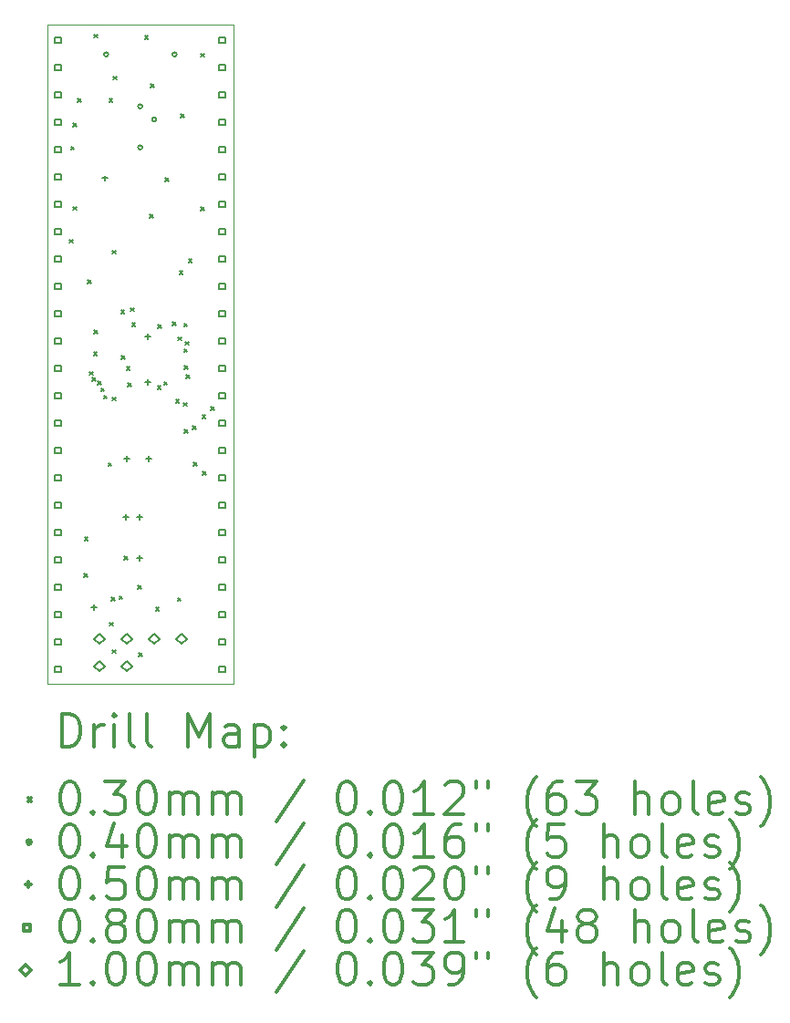
<source format=gbr>
%FSLAX45Y45*%
G04 Gerber Fmt 4.5, Leading zero omitted, Abs format (unit mm)*
G04 Created by KiCad (PCBNEW (5.1.5)-3) date 2021-01-01 17:19:38*
%MOMM*%
%LPD*%
G04 APERTURE LIST*
%TA.AperFunction,Profile*%
%ADD10C,0.100000*%
%TD*%
%ADD11C,0.200000*%
%ADD12C,0.300000*%
G04 APERTURE END LIST*
D10*
X8089900Y-10756900D02*
X8089900Y-4641850D01*
X9817100Y-10756900D02*
X8089900Y-10756900D01*
X9817100Y-4641850D02*
X9817100Y-10756900D01*
X8089900Y-4641850D02*
X9817100Y-4641850D01*
D11*
X8297150Y-6633450D02*
X8327150Y-6663450D01*
X8327150Y-6633450D02*
X8297150Y-6663450D01*
X8309850Y-5769850D02*
X8339850Y-5799850D01*
X8339850Y-5769850D02*
X8309850Y-5799850D01*
X8328900Y-5553950D02*
X8358900Y-5583950D01*
X8358900Y-5553950D02*
X8328900Y-5583950D01*
X8328900Y-6328650D02*
X8358900Y-6358650D01*
X8358900Y-6328650D02*
X8328900Y-6358650D01*
X8373350Y-5325350D02*
X8403350Y-5355350D01*
X8403350Y-5325350D02*
X8373350Y-5355350D01*
X8430500Y-9738600D02*
X8460500Y-9768600D01*
X8460500Y-9738600D02*
X8430500Y-9768600D01*
X8436850Y-9395700D02*
X8466850Y-9425700D01*
X8466850Y-9395700D02*
X8436850Y-9425700D01*
X8468600Y-7008100D02*
X8498600Y-7038100D01*
X8498600Y-7008100D02*
X8468600Y-7038100D01*
X8481809Y-7862301D02*
X8511809Y-7892301D01*
X8511809Y-7862301D02*
X8481809Y-7892301D01*
X8509240Y-7914880D02*
X8539240Y-7944880D01*
X8539240Y-7914880D02*
X8509240Y-7944880D01*
X8522575Y-7678025D02*
X8552575Y-7708025D01*
X8552575Y-7678025D02*
X8522575Y-7708025D01*
X8525750Y-4728450D02*
X8555750Y-4758450D01*
X8555750Y-4728450D02*
X8525750Y-4758450D01*
X8525750Y-7478000D02*
X8555750Y-7508000D01*
X8555750Y-7478000D02*
X8525750Y-7508000D01*
X8560220Y-7950260D02*
X8590220Y-7980260D01*
X8590220Y-7950260D02*
X8560220Y-7980260D01*
X8590520Y-8013940D02*
X8620520Y-8043940D01*
X8620520Y-8013940D02*
X8590520Y-8043940D01*
X8613380Y-8082520D02*
X8643380Y-8112520D01*
X8643380Y-8082520D02*
X8613380Y-8112520D01*
X8655290Y-8706090D02*
X8685290Y-8736090D01*
X8685290Y-8706090D02*
X8655290Y-8736090D01*
X8665450Y-5325350D02*
X8695450Y-5355350D01*
X8695450Y-5325350D02*
X8665450Y-5355350D01*
X8671800Y-10189450D02*
X8701800Y-10219450D01*
X8701800Y-10189450D02*
X8671800Y-10219450D01*
X8687040Y-9957040D02*
X8717040Y-9987040D01*
X8717040Y-9957040D02*
X8687040Y-9987040D01*
X8694660Y-8099030D02*
X8724660Y-8129030D01*
X8724660Y-8099030D02*
X8694660Y-8129030D01*
X8697200Y-6735050D02*
X8727200Y-6765050D01*
X8727200Y-6735050D02*
X8697200Y-6765050D01*
X8697200Y-10443450D02*
X8727200Y-10473450D01*
X8727200Y-10443450D02*
X8697200Y-10473450D01*
X8703175Y-5116175D02*
X8733175Y-5146175D01*
X8733175Y-5116175D02*
X8703175Y-5146175D01*
X8759430Y-9944340D02*
X8789430Y-9974340D01*
X8789430Y-9944340D02*
X8759430Y-9974340D01*
X8777210Y-7290040D02*
X8807210Y-7320040D01*
X8807210Y-7290040D02*
X8777210Y-7320040D01*
X8781564Y-7713676D02*
X8811564Y-7743676D01*
X8811564Y-7713676D02*
X8781564Y-7743676D01*
X8805150Y-9573500D02*
X8835150Y-9603500D01*
X8835150Y-9573500D02*
X8805150Y-9603500D01*
X8825470Y-7814550D02*
X8855470Y-7844550D01*
X8855470Y-7814550D02*
X8825470Y-7844550D01*
X8840710Y-7968220D02*
X8870710Y-7998220D01*
X8870710Y-7968220D02*
X8840710Y-7998220D01*
X8866586Y-7267974D02*
X8896586Y-7297974D01*
X8896586Y-7267974D02*
X8866586Y-7297974D01*
X8876270Y-7409420D02*
X8906270Y-7439420D01*
X8906270Y-7409420D02*
X8876270Y-7439420D01*
X8932150Y-9846550D02*
X8962150Y-9876550D01*
X8962150Y-9846550D02*
X8932150Y-9876550D01*
X8938500Y-10475200D02*
X8968500Y-10505200D01*
X8968500Y-10475200D02*
X8938500Y-10505200D01*
X8995650Y-4741150D02*
X9025650Y-4771150D01*
X9025650Y-4741150D02*
X8995650Y-4771150D01*
X9040100Y-6398500D02*
X9070100Y-6428500D01*
X9070100Y-6398500D02*
X9040100Y-6428500D01*
X9052800Y-5192000D02*
X9082800Y-5222000D01*
X9082800Y-5192000D02*
X9052800Y-5222000D01*
X9097250Y-10049750D02*
X9127250Y-10079750D01*
X9127250Y-10049750D02*
X9097250Y-10079750D01*
X9113760Y-7993620D02*
X9143760Y-8023620D01*
X9143760Y-7993620D02*
X9113760Y-8023620D01*
X9116300Y-7427200D02*
X9146300Y-7457200D01*
X9146300Y-7427200D02*
X9116300Y-7457200D01*
X9173426Y-7954274D02*
X9203426Y-7984274D01*
X9203426Y-7954274D02*
X9173426Y-7984274D01*
X9186150Y-6061950D02*
X9216150Y-6091950D01*
X9216150Y-6061950D02*
X9186150Y-6091950D01*
X9252190Y-7400530D02*
X9282190Y-7430530D01*
X9282190Y-7400530D02*
X9252190Y-7430530D01*
X9283940Y-8118080D02*
X9313940Y-8148080D01*
X9313940Y-8118080D02*
X9283940Y-8148080D01*
X9300450Y-9960850D02*
X9330450Y-9990850D01*
X9330450Y-9960850D02*
X9300450Y-9990850D01*
X9304260Y-7537690D02*
X9334260Y-7567690D01*
X9334260Y-7537690D02*
X9304260Y-7567690D01*
X9316960Y-6926820D02*
X9346960Y-6956820D01*
X9346960Y-6926820D02*
X9316960Y-6956820D01*
X9332200Y-5471400D02*
X9362200Y-5501400D01*
X9362200Y-5471400D02*
X9332200Y-5501400D01*
X9357600Y-8148560D02*
X9387600Y-8178560D01*
X9387600Y-8148560D02*
X9357600Y-8178560D01*
X9357880Y-7647900D02*
X9387880Y-7677900D01*
X9387880Y-7647900D02*
X9357880Y-7677900D01*
X9359709Y-7412799D02*
X9389709Y-7442799D01*
X9389709Y-7412799D02*
X9359709Y-7442799D01*
X9363950Y-7804390D02*
X9393950Y-7834390D01*
X9393950Y-7804390D02*
X9363950Y-7834390D01*
X9363950Y-8398750D02*
X9393950Y-8428750D01*
X9393950Y-8398750D02*
X9363950Y-8428750D01*
X9370300Y-7583410D02*
X9400300Y-7613410D01*
X9400300Y-7583410D02*
X9370300Y-7613410D01*
X9379190Y-7890750D02*
X9409190Y-7920750D01*
X9409190Y-7890750D02*
X9379190Y-7920750D01*
X9402050Y-6817600D02*
X9432050Y-6847600D01*
X9432050Y-6817600D02*
X9402050Y-6847600D01*
X9438880Y-8365730D02*
X9468880Y-8395730D01*
X9468880Y-8365730D02*
X9438880Y-8395730D01*
X9446500Y-8703550D02*
X9476500Y-8733550D01*
X9476500Y-8703550D02*
X9446500Y-8733550D01*
X9516350Y-4906250D02*
X9546350Y-4936250D01*
X9546350Y-4906250D02*
X9516350Y-4936250D01*
X9516350Y-6335000D02*
X9546350Y-6365000D01*
X9546350Y-6335000D02*
X9516350Y-6365000D01*
X9530320Y-8265400D02*
X9560320Y-8295400D01*
X9560320Y-8265400D02*
X9530320Y-8295400D01*
X9535400Y-8786100D02*
X9565400Y-8816100D01*
X9565400Y-8786100D02*
X9535400Y-8816100D01*
X9611600Y-8189200D02*
X9641600Y-8219200D01*
X9641600Y-8189200D02*
X9611600Y-8219200D01*
X8656000Y-4914000D02*
G75*
G03X8656000Y-4914000I-20000J0D01*
G01*
X8973500Y-5397500D02*
G75*
G03X8973500Y-5397500I-20000J0D01*
G01*
X8973500Y-5778500D02*
G75*
G03X8973500Y-5778500I-20000J0D01*
G01*
X9103040Y-5519420D02*
G75*
G03X9103040Y-5519420I-20000J0D01*
G01*
X9291000Y-4914000D02*
G75*
G03X9291000Y-4914000I-20000J0D01*
G01*
X8524240Y-10020700D02*
X8524240Y-10070700D01*
X8499240Y-10045700D02*
X8549240Y-10045700D01*
X8622030Y-6039250D02*
X8622030Y-6089250D01*
X8597030Y-6064250D02*
X8647030Y-6064250D01*
X8820500Y-9182500D02*
X8820500Y-9232500D01*
X8795500Y-9207500D02*
X8845500Y-9207500D01*
X8826870Y-8645290D02*
X8826870Y-8695290D01*
X8801870Y-8670290D02*
X8851870Y-8670290D01*
X8949690Y-9182500D02*
X8949690Y-9232500D01*
X8924690Y-9207500D02*
X8974690Y-9207500D01*
X8949690Y-9563500D02*
X8949690Y-9613500D01*
X8924690Y-9588500D02*
X8974690Y-9588500D01*
X9019540Y-7935360D02*
X9019540Y-7985360D01*
X8994540Y-7960360D02*
X9044540Y-7960360D01*
X9020810Y-7507370D02*
X9020810Y-7557370D01*
X8995810Y-7532370D02*
X9045810Y-7532370D01*
X9032240Y-8645290D02*
X9032240Y-8695290D01*
X9007240Y-8670290D02*
X9057240Y-8670290D01*
X8219784Y-4809835D02*
X8219784Y-4753266D01*
X8163215Y-4753266D01*
X8163215Y-4809835D01*
X8219784Y-4809835D01*
X8219784Y-5063835D02*
X8219784Y-5007266D01*
X8163215Y-5007266D01*
X8163215Y-5063835D01*
X8219784Y-5063835D01*
X8219784Y-5317835D02*
X8219784Y-5261266D01*
X8163215Y-5261266D01*
X8163215Y-5317835D01*
X8219784Y-5317835D01*
X8219784Y-5571835D02*
X8219784Y-5515266D01*
X8163215Y-5515266D01*
X8163215Y-5571835D01*
X8219784Y-5571835D01*
X8219784Y-5825834D02*
X8219784Y-5769265D01*
X8163215Y-5769265D01*
X8163215Y-5825834D01*
X8219784Y-5825834D01*
X8219784Y-6079834D02*
X8219784Y-6023265D01*
X8163215Y-6023265D01*
X8163215Y-6079834D01*
X8219784Y-6079834D01*
X8219784Y-6333834D02*
X8219784Y-6277265D01*
X8163215Y-6277265D01*
X8163215Y-6333834D01*
X8219784Y-6333834D01*
X8219784Y-6587834D02*
X8219784Y-6531265D01*
X8163215Y-6531265D01*
X8163215Y-6587834D01*
X8219784Y-6587834D01*
X8219784Y-6841834D02*
X8219784Y-6785265D01*
X8163215Y-6785265D01*
X8163215Y-6841834D01*
X8219784Y-6841834D01*
X8219784Y-7095834D02*
X8219784Y-7039265D01*
X8163215Y-7039265D01*
X8163215Y-7095834D01*
X8219784Y-7095834D01*
X8219784Y-7349834D02*
X8219784Y-7293265D01*
X8163215Y-7293265D01*
X8163215Y-7349834D01*
X8219784Y-7349834D01*
X8219784Y-7603834D02*
X8219784Y-7547265D01*
X8163215Y-7547265D01*
X8163215Y-7603834D01*
X8219784Y-7603834D01*
X8219784Y-7857834D02*
X8219784Y-7801265D01*
X8163215Y-7801265D01*
X8163215Y-7857834D01*
X8219784Y-7857834D01*
X8219784Y-8111834D02*
X8219784Y-8055265D01*
X8163215Y-8055265D01*
X8163215Y-8111834D01*
X8219784Y-8111834D01*
X8219784Y-8365834D02*
X8219784Y-8309265D01*
X8163215Y-8309265D01*
X8163215Y-8365834D01*
X8219784Y-8365834D01*
X8219784Y-8619835D02*
X8219784Y-8563266D01*
X8163215Y-8563266D01*
X8163215Y-8619835D01*
X8219784Y-8619835D01*
X8219784Y-8873835D02*
X8219784Y-8817266D01*
X8163215Y-8817266D01*
X8163215Y-8873835D01*
X8219784Y-8873835D01*
X8219784Y-9127835D02*
X8219784Y-9071266D01*
X8163215Y-9071266D01*
X8163215Y-9127835D01*
X8219784Y-9127835D01*
X8219784Y-9381835D02*
X8219784Y-9325266D01*
X8163215Y-9325266D01*
X8163215Y-9381835D01*
X8219784Y-9381835D01*
X8219784Y-9635835D02*
X8219784Y-9579266D01*
X8163215Y-9579266D01*
X8163215Y-9635835D01*
X8219784Y-9635835D01*
X8219784Y-9889835D02*
X8219784Y-9833266D01*
X8163215Y-9833266D01*
X8163215Y-9889835D01*
X8219784Y-9889835D01*
X8219784Y-10143835D02*
X8219784Y-10087266D01*
X8163215Y-10087266D01*
X8163215Y-10143835D01*
X8219784Y-10143835D01*
X8219784Y-10397835D02*
X8219784Y-10341266D01*
X8163215Y-10341266D01*
X8163215Y-10397835D01*
X8219784Y-10397835D01*
X8219784Y-10651835D02*
X8219784Y-10595266D01*
X8163215Y-10595266D01*
X8163215Y-10651835D01*
X8219784Y-10651835D01*
X9743785Y-4809835D02*
X9743785Y-4753266D01*
X9687216Y-4753266D01*
X9687216Y-4809835D01*
X9743785Y-4809835D01*
X9743785Y-5063835D02*
X9743785Y-5007266D01*
X9687216Y-5007266D01*
X9687216Y-5063835D01*
X9743785Y-5063835D01*
X9743785Y-5317835D02*
X9743785Y-5261266D01*
X9687216Y-5261266D01*
X9687216Y-5317835D01*
X9743785Y-5317835D01*
X9743785Y-5571835D02*
X9743785Y-5515266D01*
X9687216Y-5515266D01*
X9687216Y-5571835D01*
X9743785Y-5571835D01*
X9743785Y-5825834D02*
X9743785Y-5769265D01*
X9687216Y-5769265D01*
X9687216Y-5825834D01*
X9743785Y-5825834D01*
X9743785Y-6079834D02*
X9743785Y-6023265D01*
X9687216Y-6023265D01*
X9687216Y-6079834D01*
X9743785Y-6079834D01*
X9743785Y-6333834D02*
X9743785Y-6277265D01*
X9687216Y-6277265D01*
X9687216Y-6333834D01*
X9743785Y-6333834D01*
X9743785Y-6587834D02*
X9743785Y-6531265D01*
X9687216Y-6531265D01*
X9687216Y-6587834D01*
X9743785Y-6587834D01*
X9743785Y-6841834D02*
X9743785Y-6785265D01*
X9687216Y-6785265D01*
X9687216Y-6841834D01*
X9743785Y-6841834D01*
X9743785Y-7095834D02*
X9743785Y-7039265D01*
X9687216Y-7039265D01*
X9687216Y-7095834D01*
X9743785Y-7095834D01*
X9743785Y-7349834D02*
X9743785Y-7293265D01*
X9687216Y-7293265D01*
X9687216Y-7349834D01*
X9743785Y-7349834D01*
X9743785Y-7603834D02*
X9743785Y-7547265D01*
X9687216Y-7547265D01*
X9687216Y-7603834D01*
X9743785Y-7603834D01*
X9743785Y-7857834D02*
X9743785Y-7801265D01*
X9687216Y-7801265D01*
X9687216Y-7857834D01*
X9743785Y-7857834D01*
X9743785Y-8111834D02*
X9743785Y-8055265D01*
X9687216Y-8055265D01*
X9687216Y-8111834D01*
X9743785Y-8111834D01*
X9743785Y-8365834D02*
X9743785Y-8309265D01*
X9687216Y-8309265D01*
X9687216Y-8365834D01*
X9743785Y-8365834D01*
X9743785Y-8619835D02*
X9743785Y-8563266D01*
X9687216Y-8563266D01*
X9687216Y-8619835D01*
X9743785Y-8619835D01*
X9743785Y-8873835D02*
X9743785Y-8817266D01*
X9687216Y-8817266D01*
X9687216Y-8873835D01*
X9743785Y-8873835D01*
X9743785Y-9127835D02*
X9743785Y-9071266D01*
X9687216Y-9071266D01*
X9687216Y-9127835D01*
X9743785Y-9127835D01*
X9743785Y-9381835D02*
X9743785Y-9325266D01*
X9687216Y-9325266D01*
X9687216Y-9381835D01*
X9743785Y-9381835D01*
X9743785Y-9635835D02*
X9743785Y-9579266D01*
X9687216Y-9579266D01*
X9687216Y-9635835D01*
X9743785Y-9635835D01*
X9743785Y-9889835D02*
X9743785Y-9833266D01*
X9687216Y-9833266D01*
X9687216Y-9889835D01*
X9743785Y-9889835D01*
X9743785Y-10143835D02*
X9743785Y-10087266D01*
X9687216Y-10087266D01*
X9687216Y-10143835D01*
X9743785Y-10143835D01*
X9743785Y-10397835D02*
X9743785Y-10341266D01*
X9687216Y-10341266D01*
X9687216Y-10397835D01*
X9743785Y-10397835D01*
X9743785Y-10651835D02*
X9743785Y-10595266D01*
X9687216Y-10595266D01*
X9687216Y-10651835D01*
X9743785Y-10651835D01*
X8575040Y-10390340D02*
X8625040Y-10340340D01*
X8575040Y-10290340D01*
X8525040Y-10340340D01*
X8575040Y-10390340D01*
X8575040Y-10644340D02*
X8625040Y-10594340D01*
X8575040Y-10544340D01*
X8525040Y-10594340D01*
X8575040Y-10644340D01*
X8829040Y-10390340D02*
X8879040Y-10340340D01*
X8829040Y-10290340D01*
X8779040Y-10340340D01*
X8829040Y-10390340D01*
X8829040Y-10644340D02*
X8879040Y-10594340D01*
X8829040Y-10544340D01*
X8779040Y-10594340D01*
X8829040Y-10644340D01*
X9083040Y-10390340D02*
X9133040Y-10340340D01*
X9083040Y-10290340D01*
X9033040Y-10340340D01*
X9083040Y-10390340D01*
X9337040Y-10390340D02*
X9387040Y-10340340D01*
X9337040Y-10290340D01*
X9287040Y-10340340D01*
X9337040Y-10390340D01*
D12*
X8227928Y-11339264D02*
X8227928Y-11039264D01*
X8299357Y-11039264D01*
X8342214Y-11053550D01*
X8370786Y-11082121D01*
X8385071Y-11110693D01*
X8399357Y-11167836D01*
X8399357Y-11210693D01*
X8385071Y-11267836D01*
X8370786Y-11296407D01*
X8342214Y-11324978D01*
X8299357Y-11339264D01*
X8227928Y-11339264D01*
X8527929Y-11339264D02*
X8527929Y-11139264D01*
X8527929Y-11196407D02*
X8542214Y-11167836D01*
X8556500Y-11153550D01*
X8585071Y-11139264D01*
X8613643Y-11139264D01*
X8713643Y-11339264D02*
X8713643Y-11139264D01*
X8713643Y-11039264D02*
X8699357Y-11053550D01*
X8713643Y-11067836D01*
X8727929Y-11053550D01*
X8713643Y-11039264D01*
X8713643Y-11067836D01*
X8899357Y-11339264D02*
X8870786Y-11324978D01*
X8856500Y-11296407D01*
X8856500Y-11039264D01*
X9056500Y-11339264D02*
X9027929Y-11324978D01*
X9013643Y-11296407D01*
X9013643Y-11039264D01*
X9399357Y-11339264D02*
X9399357Y-11039264D01*
X9499357Y-11253550D01*
X9599357Y-11039264D01*
X9599357Y-11339264D01*
X9870786Y-11339264D02*
X9870786Y-11182121D01*
X9856500Y-11153550D01*
X9827929Y-11139264D01*
X9770786Y-11139264D01*
X9742214Y-11153550D01*
X9870786Y-11324978D02*
X9842214Y-11339264D01*
X9770786Y-11339264D01*
X9742214Y-11324978D01*
X9727929Y-11296407D01*
X9727929Y-11267836D01*
X9742214Y-11239264D01*
X9770786Y-11224978D01*
X9842214Y-11224978D01*
X9870786Y-11210693D01*
X10013643Y-11139264D02*
X10013643Y-11439264D01*
X10013643Y-11153550D02*
X10042214Y-11139264D01*
X10099357Y-11139264D01*
X10127929Y-11153550D01*
X10142214Y-11167836D01*
X10156500Y-11196407D01*
X10156500Y-11282121D01*
X10142214Y-11310693D01*
X10127929Y-11324978D01*
X10099357Y-11339264D01*
X10042214Y-11339264D01*
X10013643Y-11324978D01*
X10285071Y-11310693D02*
X10299357Y-11324978D01*
X10285071Y-11339264D01*
X10270786Y-11324978D01*
X10285071Y-11310693D01*
X10285071Y-11339264D01*
X10285071Y-11153550D02*
X10299357Y-11167836D01*
X10285071Y-11182121D01*
X10270786Y-11167836D01*
X10285071Y-11153550D01*
X10285071Y-11182121D01*
X7911500Y-11818550D02*
X7941500Y-11848550D01*
X7941500Y-11818550D02*
X7911500Y-11848550D01*
X8285071Y-11669264D02*
X8313643Y-11669264D01*
X8342214Y-11683550D01*
X8356500Y-11697836D01*
X8370786Y-11726407D01*
X8385071Y-11783550D01*
X8385071Y-11854978D01*
X8370786Y-11912121D01*
X8356500Y-11940693D01*
X8342214Y-11954978D01*
X8313643Y-11969264D01*
X8285071Y-11969264D01*
X8256500Y-11954978D01*
X8242214Y-11940693D01*
X8227928Y-11912121D01*
X8213643Y-11854978D01*
X8213643Y-11783550D01*
X8227928Y-11726407D01*
X8242214Y-11697836D01*
X8256500Y-11683550D01*
X8285071Y-11669264D01*
X8513643Y-11940693D02*
X8527929Y-11954978D01*
X8513643Y-11969264D01*
X8499357Y-11954978D01*
X8513643Y-11940693D01*
X8513643Y-11969264D01*
X8627929Y-11669264D02*
X8813643Y-11669264D01*
X8713643Y-11783550D01*
X8756500Y-11783550D01*
X8785071Y-11797836D01*
X8799357Y-11812121D01*
X8813643Y-11840693D01*
X8813643Y-11912121D01*
X8799357Y-11940693D01*
X8785071Y-11954978D01*
X8756500Y-11969264D01*
X8670786Y-11969264D01*
X8642214Y-11954978D01*
X8627929Y-11940693D01*
X8999357Y-11669264D02*
X9027929Y-11669264D01*
X9056500Y-11683550D01*
X9070786Y-11697836D01*
X9085071Y-11726407D01*
X9099357Y-11783550D01*
X9099357Y-11854978D01*
X9085071Y-11912121D01*
X9070786Y-11940693D01*
X9056500Y-11954978D01*
X9027929Y-11969264D01*
X8999357Y-11969264D01*
X8970786Y-11954978D01*
X8956500Y-11940693D01*
X8942214Y-11912121D01*
X8927929Y-11854978D01*
X8927929Y-11783550D01*
X8942214Y-11726407D01*
X8956500Y-11697836D01*
X8970786Y-11683550D01*
X8999357Y-11669264D01*
X9227929Y-11969264D02*
X9227929Y-11769264D01*
X9227929Y-11797836D02*
X9242214Y-11783550D01*
X9270786Y-11769264D01*
X9313643Y-11769264D01*
X9342214Y-11783550D01*
X9356500Y-11812121D01*
X9356500Y-11969264D01*
X9356500Y-11812121D02*
X9370786Y-11783550D01*
X9399357Y-11769264D01*
X9442214Y-11769264D01*
X9470786Y-11783550D01*
X9485071Y-11812121D01*
X9485071Y-11969264D01*
X9627929Y-11969264D02*
X9627929Y-11769264D01*
X9627929Y-11797836D02*
X9642214Y-11783550D01*
X9670786Y-11769264D01*
X9713643Y-11769264D01*
X9742214Y-11783550D01*
X9756500Y-11812121D01*
X9756500Y-11969264D01*
X9756500Y-11812121D02*
X9770786Y-11783550D01*
X9799357Y-11769264D01*
X9842214Y-11769264D01*
X9870786Y-11783550D01*
X9885071Y-11812121D01*
X9885071Y-11969264D01*
X10470786Y-11654978D02*
X10213643Y-12040693D01*
X10856500Y-11669264D02*
X10885071Y-11669264D01*
X10913643Y-11683550D01*
X10927929Y-11697836D01*
X10942214Y-11726407D01*
X10956500Y-11783550D01*
X10956500Y-11854978D01*
X10942214Y-11912121D01*
X10927929Y-11940693D01*
X10913643Y-11954978D01*
X10885071Y-11969264D01*
X10856500Y-11969264D01*
X10827929Y-11954978D01*
X10813643Y-11940693D01*
X10799357Y-11912121D01*
X10785071Y-11854978D01*
X10785071Y-11783550D01*
X10799357Y-11726407D01*
X10813643Y-11697836D01*
X10827929Y-11683550D01*
X10856500Y-11669264D01*
X11085071Y-11940693D02*
X11099357Y-11954978D01*
X11085071Y-11969264D01*
X11070786Y-11954978D01*
X11085071Y-11940693D01*
X11085071Y-11969264D01*
X11285071Y-11669264D02*
X11313643Y-11669264D01*
X11342214Y-11683550D01*
X11356500Y-11697836D01*
X11370786Y-11726407D01*
X11385071Y-11783550D01*
X11385071Y-11854978D01*
X11370786Y-11912121D01*
X11356500Y-11940693D01*
X11342214Y-11954978D01*
X11313643Y-11969264D01*
X11285071Y-11969264D01*
X11256500Y-11954978D01*
X11242214Y-11940693D01*
X11227928Y-11912121D01*
X11213643Y-11854978D01*
X11213643Y-11783550D01*
X11227928Y-11726407D01*
X11242214Y-11697836D01*
X11256500Y-11683550D01*
X11285071Y-11669264D01*
X11670786Y-11969264D02*
X11499357Y-11969264D01*
X11585071Y-11969264D02*
X11585071Y-11669264D01*
X11556500Y-11712121D01*
X11527928Y-11740693D01*
X11499357Y-11754978D01*
X11785071Y-11697836D02*
X11799357Y-11683550D01*
X11827928Y-11669264D01*
X11899357Y-11669264D01*
X11927928Y-11683550D01*
X11942214Y-11697836D01*
X11956500Y-11726407D01*
X11956500Y-11754978D01*
X11942214Y-11797836D01*
X11770786Y-11969264D01*
X11956500Y-11969264D01*
X12070786Y-11669264D02*
X12070786Y-11726407D01*
X12185071Y-11669264D02*
X12185071Y-11726407D01*
X12627928Y-12083550D02*
X12613643Y-12069264D01*
X12585071Y-12026407D01*
X12570786Y-11997836D01*
X12556500Y-11954978D01*
X12542214Y-11883550D01*
X12542214Y-11826407D01*
X12556500Y-11754978D01*
X12570786Y-11712121D01*
X12585071Y-11683550D01*
X12613643Y-11640693D01*
X12627928Y-11626407D01*
X12870786Y-11669264D02*
X12813643Y-11669264D01*
X12785071Y-11683550D01*
X12770786Y-11697836D01*
X12742214Y-11740693D01*
X12727928Y-11797836D01*
X12727928Y-11912121D01*
X12742214Y-11940693D01*
X12756500Y-11954978D01*
X12785071Y-11969264D01*
X12842214Y-11969264D01*
X12870786Y-11954978D01*
X12885071Y-11940693D01*
X12899357Y-11912121D01*
X12899357Y-11840693D01*
X12885071Y-11812121D01*
X12870786Y-11797836D01*
X12842214Y-11783550D01*
X12785071Y-11783550D01*
X12756500Y-11797836D01*
X12742214Y-11812121D01*
X12727928Y-11840693D01*
X12999357Y-11669264D02*
X13185071Y-11669264D01*
X13085071Y-11783550D01*
X13127928Y-11783550D01*
X13156500Y-11797836D01*
X13170786Y-11812121D01*
X13185071Y-11840693D01*
X13185071Y-11912121D01*
X13170786Y-11940693D01*
X13156500Y-11954978D01*
X13127928Y-11969264D01*
X13042214Y-11969264D01*
X13013643Y-11954978D01*
X12999357Y-11940693D01*
X13542214Y-11969264D02*
X13542214Y-11669264D01*
X13670786Y-11969264D02*
X13670786Y-11812121D01*
X13656500Y-11783550D01*
X13627928Y-11769264D01*
X13585071Y-11769264D01*
X13556500Y-11783550D01*
X13542214Y-11797836D01*
X13856500Y-11969264D02*
X13827928Y-11954978D01*
X13813643Y-11940693D01*
X13799357Y-11912121D01*
X13799357Y-11826407D01*
X13813643Y-11797836D01*
X13827928Y-11783550D01*
X13856500Y-11769264D01*
X13899357Y-11769264D01*
X13927928Y-11783550D01*
X13942214Y-11797836D01*
X13956500Y-11826407D01*
X13956500Y-11912121D01*
X13942214Y-11940693D01*
X13927928Y-11954978D01*
X13899357Y-11969264D01*
X13856500Y-11969264D01*
X14127928Y-11969264D02*
X14099357Y-11954978D01*
X14085071Y-11926407D01*
X14085071Y-11669264D01*
X14356500Y-11954978D02*
X14327928Y-11969264D01*
X14270786Y-11969264D01*
X14242214Y-11954978D01*
X14227928Y-11926407D01*
X14227928Y-11812121D01*
X14242214Y-11783550D01*
X14270786Y-11769264D01*
X14327928Y-11769264D01*
X14356500Y-11783550D01*
X14370786Y-11812121D01*
X14370786Y-11840693D01*
X14227928Y-11869264D01*
X14485071Y-11954978D02*
X14513643Y-11969264D01*
X14570786Y-11969264D01*
X14599357Y-11954978D01*
X14613643Y-11926407D01*
X14613643Y-11912121D01*
X14599357Y-11883550D01*
X14570786Y-11869264D01*
X14527928Y-11869264D01*
X14499357Y-11854978D01*
X14485071Y-11826407D01*
X14485071Y-11812121D01*
X14499357Y-11783550D01*
X14527928Y-11769264D01*
X14570786Y-11769264D01*
X14599357Y-11783550D01*
X14713643Y-12083550D02*
X14727928Y-12069264D01*
X14756500Y-12026407D01*
X14770786Y-11997836D01*
X14785071Y-11954978D01*
X14799357Y-11883550D01*
X14799357Y-11826407D01*
X14785071Y-11754978D01*
X14770786Y-11712121D01*
X14756500Y-11683550D01*
X14727928Y-11640693D01*
X14713643Y-11626407D01*
X7941500Y-12229550D02*
G75*
G03X7941500Y-12229550I-20000J0D01*
G01*
X8285071Y-12065264D02*
X8313643Y-12065264D01*
X8342214Y-12079550D01*
X8356500Y-12093836D01*
X8370786Y-12122407D01*
X8385071Y-12179550D01*
X8385071Y-12250978D01*
X8370786Y-12308121D01*
X8356500Y-12336693D01*
X8342214Y-12350978D01*
X8313643Y-12365264D01*
X8285071Y-12365264D01*
X8256500Y-12350978D01*
X8242214Y-12336693D01*
X8227928Y-12308121D01*
X8213643Y-12250978D01*
X8213643Y-12179550D01*
X8227928Y-12122407D01*
X8242214Y-12093836D01*
X8256500Y-12079550D01*
X8285071Y-12065264D01*
X8513643Y-12336693D02*
X8527929Y-12350978D01*
X8513643Y-12365264D01*
X8499357Y-12350978D01*
X8513643Y-12336693D01*
X8513643Y-12365264D01*
X8785071Y-12165264D02*
X8785071Y-12365264D01*
X8713643Y-12050978D02*
X8642214Y-12265264D01*
X8827929Y-12265264D01*
X8999357Y-12065264D02*
X9027929Y-12065264D01*
X9056500Y-12079550D01*
X9070786Y-12093836D01*
X9085071Y-12122407D01*
X9099357Y-12179550D01*
X9099357Y-12250978D01*
X9085071Y-12308121D01*
X9070786Y-12336693D01*
X9056500Y-12350978D01*
X9027929Y-12365264D01*
X8999357Y-12365264D01*
X8970786Y-12350978D01*
X8956500Y-12336693D01*
X8942214Y-12308121D01*
X8927929Y-12250978D01*
X8927929Y-12179550D01*
X8942214Y-12122407D01*
X8956500Y-12093836D01*
X8970786Y-12079550D01*
X8999357Y-12065264D01*
X9227929Y-12365264D02*
X9227929Y-12165264D01*
X9227929Y-12193836D02*
X9242214Y-12179550D01*
X9270786Y-12165264D01*
X9313643Y-12165264D01*
X9342214Y-12179550D01*
X9356500Y-12208121D01*
X9356500Y-12365264D01*
X9356500Y-12208121D02*
X9370786Y-12179550D01*
X9399357Y-12165264D01*
X9442214Y-12165264D01*
X9470786Y-12179550D01*
X9485071Y-12208121D01*
X9485071Y-12365264D01*
X9627929Y-12365264D02*
X9627929Y-12165264D01*
X9627929Y-12193836D02*
X9642214Y-12179550D01*
X9670786Y-12165264D01*
X9713643Y-12165264D01*
X9742214Y-12179550D01*
X9756500Y-12208121D01*
X9756500Y-12365264D01*
X9756500Y-12208121D02*
X9770786Y-12179550D01*
X9799357Y-12165264D01*
X9842214Y-12165264D01*
X9870786Y-12179550D01*
X9885071Y-12208121D01*
X9885071Y-12365264D01*
X10470786Y-12050978D02*
X10213643Y-12436693D01*
X10856500Y-12065264D02*
X10885071Y-12065264D01*
X10913643Y-12079550D01*
X10927929Y-12093836D01*
X10942214Y-12122407D01*
X10956500Y-12179550D01*
X10956500Y-12250978D01*
X10942214Y-12308121D01*
X10927929Y-12336693D01*
X10913643Y-12350978D01*
X10885071Y-12365264D01*
X10856500Y-12365264D01*
X10827929Y-12350978D01*
X10813643Y-12336693D01*
X10799357Y-12308121D01*
X10785071Y-12250978D01*
X10785071Y-12179550D01*
X10799357Y-12122407D01*
X10813643Y-12093836D01*
X10827929Y-12079550D01*
X10856500Y-12065264D01*
X11085071Y-12336693D02*
X11099357Y-12350978D01*
X11085071Y-12365264D01*
X11070786Y-12350978D01*
X11085071Y-12336693D01*
X11085071Y-12365264D01*
X11285071Y-12065264D02*
X11313643Y-12065264D01*
X11342214Y-12079550D01*
X11356500Y-12093836D01*
X11370786Y-12122407D01*
X11385071Y-12179550D01*
X11385071Y-12250978D01*
X11370786Y-12308121D01*
X11356500Y-12336693D01*
X11342214Y-12350978D01*
X11313643Y-12365264D01*
X11285071Y-12365264D01*
X11256500Y-12350978D01*
X11242214Y-12336693D01*
X11227928Y-12308121D01*
X11213643Y-12250978D01*
X11213643Y-12179550D01*
X11227928Y-12122407D01*
X11242214Y-12093836D01*
X11256500Y-12079550D01*
X11285071Y-12065264D01*
X11670786Y-12365264D02*
X11499357Y-12365264D01*
X11585071Y-12365264D02*
X11585071Y-12065264D01*
X11556500Y-12108121D01*
X11527928Y-12136693D01*
X11499357Y-12150978D01*
X11927928Y-12065264D02*
X11870786Y-12065264D01*
X11842214Y-12079550D01*
X11827928Y-12093836D01*
X11799357Y-12136693D01*
X11785071Y-12193836D01*
X11785071Y-12308121D01*
X11799357Y-12336693D01*
X11813643Y-12350978D01*
X11842214Y-12365264D01*
X11899357Y-12365264D01*
X11927928Y-12350978D01*
X11942214Y-12336693D01*
X11956500Y-12308121D01*
X11956500Y-12236693D01*
X11942214Y-12208121D01*
X11927928Y-12193836D01*
X11899357Y-12179550D01*
X11842214Y-12179550D01*
X11813643Y-12193836D01*
X11799357Y-12208121D01*
X11785071Y-12236693D01*
X12070786Y-12065264D02*
X12070786Y-12122407D01*
X12185071Y-12065264D02*
X12185071Y-12122407D01*
X12627928Y-12479550D02*
X12613643Y-12465264D01*
X12585071Y-12422407D01*
X12570786Y-12393836D01*
X12556500Y-12350978D01*
X12542214Y-12279550D01*
X12542214Y-12222407D01*
X12556500Y-12150978D01*
X12570786Y-12108121D01*
X12585071Y-12079550D01*
X12613643Y-12036693D01*
X12627928Y-12022407D01*
X12885071Y-12065264D02*
X12742214Y-12065264D01*
X12727928Y-12208121D01*
X12742214Y-12193836D01*
X12770786Y-12179550D01*
X12842214Y-12179550D01*
X12870786Y-12193836D01*
X12885071Y-12208121D01*
X12899357Y-12236693D01*
X12899357Y-12308121D01*
X12885071Y-12336693D01*
X12870786Y-12350978D01*
X12842214Y-12365264D01*
X12770786Y-12365264D01*
X12742214Y-12350978D01*
X12727928Y-12336693D01*
X13256500Y-12365264D02*
X13256500Y-12065264D01*
X13385071Y-12365264D02*
X13385071Y-12208121D01*
X13370786Y-12179550D01*
X13342214Y-12165264D01*
X13299357Y-12165264D01*
X13270786Y-12179550D01*
X13256500Y-12193836D01*
X13570786Y-12365264D02*
X13542214Y-12350978D01*
X13527928Y-12336693D01*
X13513643Y-12308121D01*
X13513643Y-12222407D01*
X13527928Y-12193836D01*
X13542214Y-12179550D01*
X13570786Y-12165264D01*
X13613643Y-12165264D01*
X13642214Y-12179550D01*
X13656500Y-12193836D01*
X13670786Y-12222407D01*
X13670786Y-12308121D01*
X13656500Y-12336693D01*
X13642214Y-12350978D01*
X13613643Y-12365264D01*
X13570786Y-12365264D01*
X13842214Y-12365264D02*
X13813643Y-12350978D01*
X13799357Y-12322407D01*
X13799357Y-12065264D01*
X14070786Y-12350978D02*
X14042214Y-12365264D01*
X13985071Y-12365264D01*
X13956500Y-12350978D01*
X13942214Y-12322407D01*
X13942214Y-12208121D01*
X13956500Y-12179550D01*
X13985071Y-12165264D01*
X14042214Y-12165264D01*
X14070786Y-12179550D01*
X14085071Y-12208121D01*
X14085071Y-12236693D01*
X13942214Y-12265264D01*
X14199357Y-12350978D02*
X14227928Y-12365264D01*
X14285071Y-12365264D01*
X14313643Y-12350978D01*
X14327928Y-12322407D01*
X14327928Y-12308121D01*
X14313643Y-12279550D01*
X14285071Y-12265264D01*
X14242214Y-12265264D01*
X14213643Y-12250978D01*
X14199357Y-12222407D01*
X14199357Y-12208121D01*
X14213643Y-12179550D01*
X14242214Y-12165264D01*
X14285071Y-12165264D01*
X14313643Y-12179550D01*
X14427928Y-12479550D02*
X14442214Y-12465264D01*
X14470786Y-12422407D01*
X14485071Y-12393836D01*
X14499357Y-12350978D01*
X14513643Y-12279550D01*
X14513643Y-12222407D01*
X14499357Y-12150978D01*
X14485071Y-12108121D01*
X14470786Y-12079550D01*
X14442214Y-12036693D01*
X14427928Y-12022407D01*
X7916500Y-12600550D02*
X7916500Y-12650550D01*
X7891500Y-12625550D02*
X7941500Y-12625550D01*
X8285071Y-12461264D02*
X8313643Y-12461264D01*
X8342214Y-12475550D01*
X8356500Y-12489836D01*
X8370786Y-12518407D01*
X8385071Y-12575550D01*
X8385071Y-12646978D01*
X8370786Y-12704121D01*
X8356500Y-12732693D01*
X8342214Y-12746978D01*
X8313643Y-12761264D01*
X8285071Y-12761264D01*
X8256500Y-12746978D01*
X8242214Y-12732693D01*
X8227928Y-12704121D01*
X8213643Y-12646978D01*
X8213643Y-12575550D01*
X8227928Y-12518407D01*
X8242214Y-12489836D01*
X8256500Y-12475550D01*
X8285071Y-12461264D01*
X8513643Y-12732693D02*
X8527929Y-12746978D01*
X8513643Y-12761264D01*
X8499357Y-12746978D01*
X8513643Y-12732693D01*
X8513643Y-12761264D01*
X8799357Y-12461264D02*
X8656500Y-12461264D01*
X8642214Y-12604121D01*
X8656500Y-12589836D01*
X8685071Y-12575550D01*
X8756500Y-12575550D01*
X8785071Y-12589836D01*
X8799357Y-12604121D01*
X8813643Y-12632693D01*
X8813643Y-12704121D01*
X8799357Y-12732693D01*
X8785071Y-12746978D01*
X8756500Y-12761264D01*
X8685071Y-12761264D01*
X8656500Y-12746978D01*
X8642214Y-12732693D01*
X8999357Y-12461264D02*
X9027929Y-12461264D01*
X9056500Y-12475550D01*
X9070786Y-12489836D01*
X9085071Y-12518407D01*
X9099357Y-12575550D01*
X9099357Y-12646978D01*
X9085071Y-12704121D01*
X9070786Y-12732693D01*
X9056500Y-12746978D01*
X9027929Y-12761264D01*
X8999357Y-12761264D01*
X8970786Y-12746978D01*
X8956500Y-12732693D01*
X8942214Y-12704121D01*
X8927929Y-12646978D01*
X8927929Y-12575550D01*
X8942214Y-12518407D01*
X8956500Y-12489836D01*
X8970786Y-12475550D01*
X8999357Y-12461264D01*
X9227929Y-12761264D02*
X9227929Y-12561264D01*
X9227929Y-12589836D02*
X9242214Y-12575550D01*
X9270786Y-12561264D01*
X9313643Y-12561264D01*
X9342214Y-12575550D01*
X9356500Y-12604121D01*
X9356500Y-12761264D01*
X9356500Y-12604121D02*
X9370786Y-12575550D01*
X9399357Y-12561264D01*
X9442214Y-12561264D01*
X9470786Y-12575550D01*
X9485071Y-12604121D01*
X9485071Y-12761264D01*
X9627929Y-12761264D02*
X9627929Y-12561264D01*
X9627929Y-12589836D02*
X9642214Y-12575550D01*
X9670786Y-12561264D01*
X9713643Y-12561264D01*
X9742214Y-12575550D01*
X9756500Y-12604121D01*
X9756500Y-12761264D01*
X9756500Y-12604121D02*
X9770786Y-12575550D01*
X9799357Y-12561264D01*
X9842214Y-12561264D01*
X9870786Y-12575550D01*
X9885071Y-12604121D01*
X9885071Y-12761264D01*
X10470786Y-12446978D02*
X10213643Y-12832693D01*
X10856500Y-12461264D02*
X10885071Y-12461264D01*
X10913643Y-12475550D01*
X10927929Y-12489836D01*
X10942214Y-12518407D01*
X10956500Y-12575550D01*
X10956500Y-12646978D01*
X10942214Y-12704121D01*
X10927929Y-12732693D01*
X10913643Y-12746978D01*
X10885071Y-12761264D01*
X10856500Y-12761264D01*
X10827929Y-12746978D01*
X10813643Y-12732693D01*
X10799357Y-12704121D01*
X10785071Y-12646978D01*
X10785071Y-12575550D01*
X10799357Y-12518407D01*
X10813643Y-12489836D01*
X10827929Y-12475550D01*
X10856500Y-12461264D01*
X11085071Y-12732693D02*
X11099357Y-12746978D01*
X11085071Y-12761264D01*
X11070786Y-12746978D01*
X11085071Y-12732693D01*
X11085071Y-12761264D01*
X11285071Y-12461264D02*
X11313643Y-12461264D01*
X11342214Y-12475550D01*
X11356500Y-12489836D01*
X11370786Y-12518407D01*
X11385071Y-12575550D01*
X11385071Y-12646978D01*
X11370786Y-12704121D01*
X11356500Y-12732693D01*
X11342214Y-12746978D01*
X11313643Y-12761264D01*
X11285071Y-12761264D01*
X11256500Y-12746978D01*
X11242214Y-12732693D01*
X11227928Y-12704121D01*
X11213643Y-12646978D01*
X11213643Y-12575550D01*
X11227928Y-12518407D01*
X11242214Y-12489836D01*
X11256500Y-12475550D01*
X11285071Y-12461264D01*
X11499357Y-12489836D02*
X11513643Y-12475550D01*
X11542214Y-12461264D01*
X11613643Y-12461264D01*
X11642214Y-12475550D01*
X11656500Y-12489836D01*
X11670786Y-12518407D01*
X11670786Y-12546978D01*
X11656500Y-12589836D01*
X11485071Y-12761264D01*
X11670786Y-12761264D01*
X11856500Y-12461264D02*
X11885071Y-12461264D01*
X11913643Y-12475550D01*
X11927928Y-12489836D01*
X11942214Y-12518407D01*
X11956500Y-12575550D01*
X11956500Y-12646978D01*
X11942214Y-12704121D01*
X11927928Y-12732693D01*
X11913643Y-12746978D01*
X11885071Y-12761264D01*
X11856500Y-12761264D01*
X11827928Y-12746978D01*
X11813643Y-12732693D01*
X11799357Y-12704121D01*
X11785071Y-12646978D01*
X11785071Y-12575550D01*
X11799357Y-12518407D01*
X11813643Y-12489836D01*
X11827928Y-12475550D01*
X11856500Y-12461264D01*
X12070786Y-12461264D02*
X12070786Y-12518407D01*
X12185071Y-12461264D02*
X12185071Y-12518407D01*
X12627928Y-12875550D02*
X12613643Y-12861264D01*
X12585071Y-12818407D01*
X12570786Y-12789836D01*
X12556500Y-12746978D01*
X12542214Y-12675550D01*
X12542214Y-12618407D01*
X12556500Y-12546978D01*
X12570786Y-12504121D01*
X12585071Y-12475550D01*
X12613643Y-12432693D01*
X12627928Y-12418407D01*
X12756500Y-12761264D02*
X12813643Y-12761264D01*
X12842214Y-12746978D01*
X12856500Y-12732693D01*
X12885071Y-12689836D01*
X12899357Y-12632693D01*
X12899357Y-12518407D01*
X12885071Y-12489836D01*
X12870786Y-12475550D01*
X12842214Y-12461264D01*
X12785071Y-12461264D01*
X12756500Y-12475550D01*
X12742214Y-12489836D01*
X12727928Y-12518407D01*
X12727928Y-12589836D01*
X12742214Y-12618407D01*
X12756500Y-12632693D01*
X12785071Y-12646978D01*
X12842214Y-12646978D01*
X12870786Y-12632693D01*
X12885071Y-12618407D01*
X12899357Y-12589836D01*
X13256500Y-12761264D02*
X13256500Y-12461264D01*
X13385071Y-12761264D02*
X13385071Y-12604121D01*
X13370786Y-12575550D01*
X13342214Y-12561264D01*
X13299357Y-12561264D01*
X13270786Y-12575550D01*
X13256500Y-12589836D01*
X13570786Y-12761264D02*
X13542214Y-12746978D01*
X13527928Y-12732693D01*
X13513643Y-12704121D01*
X13513643Y-12618407D01*
X13527928Y-12589836D01*
X13542214Y-12575550D01*
X13570786Y-12561264D01*
X13613643Y-12561264D01*
X13642214Y-12575550D01*
X13656500Y-12589836D01*
X13670786Y-12618407D01*
X13670786Y-12704121D01*
X13656500Y-12732693D01*
X13642214Y-12746978D01*
X13613643Y-12761264D01*
X13570786Y-12761264D01*
X13842214Y-12761264D02*
X13813643Y-12746978D01*
X13799357Y-12718407D01*
X13799357Y-12461264D01*
X14070786Y-12746978D02*
X14042214Y-12761264D01*
X13985071Y-12761264D01*
X13956500Y-12746978D01*
X13942214Y-12718407D01*
X13942214Y-12604121D01*
X13956500Y-12575550D01*
X13985071Y-12561264D01*
X14042214Y-12561264D01*
X14070786Y-12575550D01*
X14085071Y-12604121D01*
X14085071Y-12632693D01*
X13942214Y-12661264D01*
X14199357Y-12746978D02*
X14227928Y-12761264D01*
X14285071Y-12761264D01*
X14313643Y-12746978D01*
X14327928Y-12718407D01*
X14327928Y-12704121D01*
X14313643Y-12675550D01*
X14285071Y-12661264D01*
X14242214Y-12661264D01*
X14213643Y-12646978D01*
X14199357Y-12618407D01*
X14199357Y-12604121D01*
X14213643Y-12575550D01*
X14242214Y-12561264D01*
X14285071Y-12561264D01*
X14313643Y-12575550D01*
X14427928Y-12875550D02*
X14442214Y-12861264D01*
X14470786Y-12818407D01*
X14485071Y-12789836D01*
X14499357Y-12746978D01*
X14513643Y-12675550D01*
X14513643Y-12618407D01*
X14499357Y-12546978D01*
X14485071Y-12504121D01*
X14470786Y-12475550D01*
X14442214Y-12432693D01*
X14427928Y-12418407D01*
X7929784Y-13049834D02*
X7929784Y-12993265D01*
X7873215Y-12993265D01*
X7873215Y-13049834D01*
X7929784Y-13049834D01*
X8285071Y-12857264D02*
X8313643Y-12857264D01*
X8342214Y-12871550D01*
X8356500Y-12885836D01*
X8370786Y-12914407D01*
X8385071Y-12971550D01*
X8385071Y-13042978D01*
X8370786Y-13100121D01*
X8356500Y-13128693D01*
X8342214Y-13142978D01*
X8313643Y-13157264D01*
X8285071Y-13157264D01*
X8256500Y-13142978D01*
X8242214Y-13128693D01*
X8227928Y-13100121D01*
X8213643Y-13042978D01*
X8213643Y-12971550D01*
X8227928Y-12914407D01*
X8242214Y-12885836D01*
X8256500Y-12871550D01*
X8285071Y-12857264D01*
X8513643Y-13128693D02*
X8527929Y-13142978D01*
X8513643Y-13157264D01*
X8499357Y-13142978D01*
X8513643Y-13128693D01*
X8513643Y-13157264D01*
X8699357Y-12985836D02*
X8670786Y-12971550D01*
X8656500Y-12957264D01*
X8642214Y-12928693D01*
X8642214Y-12914407D01*
X8656500Y-12885836D01*
X8670786Y-12871550D01*
X8699357Y-12857264D01*
X8756500Y-12857264D01*
X8785071Y-12871550D01*
X8799357Y-12885836D01*
X8813643Y-12914407D01*
X8813643Y-12928693D01*
X8799357Y-12957264D01*
X8785071Y-12971550D01*
X8756500Y-12985836D01*
X8699357Y-12985836D01*
X8670786Y-13000121D01*
X8656500Y-13014407D01*
X8642214Y-13042978D01*
X8642214Y-13100121D01*
X8656500Y-13128693D01*
X8670786Y-13142978D01*
X8699357Y-13157264D01*
X8756500Y-13157264D01*
X8785071Y-13142978D01*
X8799357Y-13128693D01*
X8813643Y-13100121D01*
X8813643Y-13042978D01*
X8799357Y-13014407D01*
X8785071Y-13000121D01*
X8756500Y-12985836D01*
X8999357Y-12857264D02*
X9027929Y-12857264D01*
X9056500Y-12871550D01*
X9070786Y-12885836D01*
X9085071Y-12914407D01*
X9099357Y-12971550D01*
X9099357Y-13042978D01*
X9085071Y-13100121D01*
X9070786Y-13128693D01*
X9056500Y-13142978D01*
X9027929Y-13157264D01*
X8999357Y-13157264D01*
X8970786Y-13142978D01*
X8956500Y-13128693D01*
X8942214Y-13100121D01*
X8927929Y-13042978D01*
X8927929Y-12971550D01*
X8942214Y-12914407D01*
X8956500Y-12885836D01*
X8970786Y-12871550D01*
X8999357Y-12857264D01*
X9227929Y-13157264D02*
X9227929Y-12957264D01*
X9227929Y-12985836D02*
X9242214Y-12971550D01*
X9270786Y-12957264D01*
X9313643Y-12957264D01*
X9342214Y-12971550D01*
X9356500Y-13000121D01*
X9356500Y-13157264D01*
X9356500Y-13000121D02*
X9370786Y-12971550D01*
X9399357Y-12957264D01*
X9442214Y-12957264D01*
X9470786Y-12971550D01*
X9485071Y-13000121D01*
X9485071Y-13157264D01*
X9627929Y-13157264D02*
X9627929Y-12957264D01*
X9627929Y-12985836D02*
X9642214Y-12971550D01*
X9670786Y-12957264D01*
X9713643Y-12957264D01*
X9742214Y-12971550D01*
X9756500Y-13000121D01*
X9756500Y-13157264D01*
X9756500Y-13000121D02*
X9770786Y-12971550D01*
X9799357Y-12957264D01*
X9842214Y-12957264D01*
X9870786Y-12971550D01*
X9885071Y-13000121D01*
X9885071Y-13157264D01*
X10470786Y-12842978D02*
X10213643Y-13228693D01*
X10856500Y-12857264D02*
X10885071Y-12857264D01*
X10913643Y-12871550D01*
X10927929Y-12885836D01*
X10942214Y-12914407D01*
X10956500Y-12971550D01*
X10956500Y-13042978D01*
X10942214Y-13100121D01*
X10927929Y-13128693D01*
X10913643Y-13142978D01*
X10885071Y-13157264D01*
X10856500Y-13157264D01*
X10827929Y-13142978D01*
X10813643Y-13128693D01*
X10799357Y-13100121D01*
X10785071Y-13042978D01*
X10785071Y-12971550D01*
X10799357Y-12914407D01*
X10813643Y-12885836D01*
X10827929Y-12871550D01*
X10856500Y-12857264D01*
X11085071Y-13128693D02*
X11099357Y-13142978D01*
X11085071Y-13157264D01*
X11070786Y-13142978D01*
X11085071Y-13128693D01*
X11085071Y-13157264D01*
X11285071Y-12857264D02*
X11313643Y-12857264D01*
X11342214Y-12871550D01*
X11356500Y-12885836D01*
X11370786Y-12914407D01*
X11385071Y-12971550D01*
X11385071Y-13042978D01*
X11370786Y-13100121D01*
X11356500Y-13128693D01*
X11342214Y-13142978D01*
X11313643Y-13157264D01*
X11285071Y-13157264D01*
X11256500Y-13142978D01*
X11242214Y-13128693D01*
X11227928Y-13100121D01*
X11213643Y-13042978D01*
X11213643Y-12971550D01*
X11227928Y-12914407D01*
X11242214Y-12885836D01*
X11256500Y-12871550D01*
X11285071Y-12857264D01*
X11485071Y-12857264D02*
X11670786Y-12857264D01*
X11570786Y-12971550D01*
X11613643Y-12971550D01*
X11642214Y-12985836D01*
X11656500Y-13000121D01*
X11670786Y-13028693D01*
X11670786Y-13100121D01*
X11656500Y-13128693D01*
X11642214Y-13142978D01*
X11613643Y-13157264D01*
X11527928Y-13157264D01*
X11499357Y-13142978D01*
X11485071Y-13128693D01*
X11956500Y-13157264D02*
X11785071Y-13157264D01*
X11870786Y-13157264D02*
X11870786Y-12857264D01*
X11842214Y-12900121D01*
X11813643Y-12928693D01*
X11785071Y-12942978D01*
X12070786Y-12857264D02*
X12070786Y-12914407D01*
X12185071Y-12857264D02*
X12185071Y-12914407D01*
X12627928Y-13271550D02*
X12613643Y-13257264D01*
X12585071Y-13214407D01*
X12570786Y-13185836D01*
X12556500Y-13142978D01*
X12542214Y-13071550D01*
X12542214Y-13014407D01*
X12556500Y-12942978D01*
X12570786Y-12900121D01*
X12585071Y-12871550D01*
X12613643Y-12828693D01*
X12627928Y-12814407D01*
X12870786Y-12957264D02*
X12870786Y-13157264D01*
X12799357Y-12842978D02*
X12727928Y-13057264D01*
X12913643Y-13057264D01*
X13070786Y-12985836D02*
X13042214Y-12971550D01*
X13027928Y-12957264D01*
X13013643Y-12928693D01*
X13013643Y-12914407D01*
X13027928Y-12885836D01*
X13042214Y-12871550D01*
X13070786Y-12857264D01*
X13127928Y-12857264D01*
X13156500Y-12871550D01*
X13170786Y-12885836D01*
X13185071Y-12914407D01*
X13185071Y-12928693D01*
X13170786Y-12957264D01*
X13156500Y-12971550D01*
X13127928Y-12985836D01*
X13070786Y-12985836D01*
X13042214Y-13000121D01*
X13027928Y-13014407D01*
X13013643Y-13042978D01*
X13013643Y-13100121D01*
X13027928Y-13128693D01*
X13042214Y-13142978D01*
X13070786Y-13157264D01*
X13127928Y-13157264D01*
X13156500Y-13142978D01*
X13170786Y-13128693D01*
X13185071Y-13100121D01*
X13185071Y-13042978D01*
X13170786Y-13014407D01*
X13156500Y-13000121D01*
X13127928Y-12985836D01*
X13542214Y-13157264D02*
X13542214Y-12857264D01*
X13670786Y-13157264D02*
X13670786Y-13000121D01*
X13656500Y-12971550D01*
X13627928Y-12957264D01*
X13585071Y-12957264D01*
X13556500Y-12971550D01*
X13542214Y-12985836D01*
X13856500Y-13157264D02*
X13827928Y-13142978D01*
X13813643Y-13128693D01*
X13799357Y-13100121D01*
X13799357Y-13014407D01*
X13813643Y-12985836D01*
X13827928Y-12971550D01*
X13856500Y-12957264D01*
X13899357Y-12957264D01*
X13927928Y-12971550D01*
X13942214Y-12985836D01*
X13956500Y-13014407D01*
X13956500Y-13100121D01*
X13942214Y-13128693D01*
X13927928Y-13142978D01*
X13899357Y-13157264D01*
X13856500Y-13157264D01*
X14127928Y-13157264D02*
X14099357Y-13142978D01*
X14085071Y-13114407D01*
X14085071Y-12857264D01*
X14356500Y-13142978D02*
X14327928Y-13157264D01*
X14270786Y-13157264D01*
X14242214Y-13142978D01*
X14227928Y-13114407D01*
X14227928Y-13000121D01*
X14242214Y-12971550D01*
X14270786Y-12957264D01*
X14327928Y-12957264D01*
X14356500Y-12971550D01*
X14370786Y-13000121D01*
X14370786Y-13028693D01*
X14227928Y-13057264D01*
X14485071Y-13142978D02*
X14513643Y-13157264D01*
X14570786Y-13157264D01*
X14599357Y-13142978D01*
X14613643Y-13114407D01*
X14613643Y-13100121D01*
X14599357Y-13071550D01*
X14570786Y-13057264D01*
X14527928Y-13057264D01*
X14499357Y-13042978D01*
X14485071Y-13014407D01*
X14485071Y-13000121D01*
X14499357Y-12971550D01*
X14527928Y-12957264D01*
X14570786Y-12957264D01*
X14599357Y-12971550D01*
X14713643Y-13271550D02*
X14727928Y-13257264D01*
X14756500Y-13214407D01*
X14770786Y-13185836D01*
X14785071Y-13142978D01*
X14799357Y-13071550D01*
X14799357Y-13014407D01*
X14785071Y-12942978D01*
X14770786Y-12900121D01*
X14756500Y-12871550D01*
X14727928Y-12828693D01*
X14713643Y-12814407D01*
X7891500Y-13467550D02*
X7941500Y-13417550D01*
X7891500Y-13367550D01*
X7841500Y-13417550D01*
X7891500Y-13467550D01*
X8385071Y-13553264D02*
X8213643Y-13553264D01*
X8299357Y-13553264D02*
X8299357Y-13253264D01*
X8270786Y-13296121D01*
X8242214Y-13324693D01*
X8213643Y-13338978D01*
X8513643Y-13524693D02*
X8527929Y-13538978D01*
X8513643Y-13553264D01*
X8499357Y-13538978D01*
X8513643Y-13524693D01*
X8513643Y-13553264D01*
X8713643Y-13253264D02*
X8742214Y-13253264D01*
X8770786Y-13267550D01*
X8785071Y-13281836D01*
X8799357Y-13310407D01*
X8813643Y-13367550D01*
X8813643Y-13438978D01*
X8799357Y-13496121D01*
X8785071Y-13524693D01*
X8770786Y-13538978D01*
X8742214Y-13553264D01*
X8713643Y-13553264D01*
X8685071Y-13538978D01*
X8670786Y-13524693D01*
X8656500Y-13496121D01*
X8642214Y-13438978D01*
X8642214Y-13367550D01*
X8656500Y-13310407D01*
X8670786Y-13281836D01*
X8685071Y-13267550D01*
X8713643Y-13253264D01*
X8999357Y-13253264D02*
X9027929Y-13253264D01*
X9056500Y-13267550D01*
X9070786Y-13281836D01*
X9085071Y-13310407D01*
X9099357Y-13367550D01*
X9099357Y-13438978D01*
X9085071Y-13496121D01*
X9070786Y-13524693D01*
X9056500Y-13538978D01*
X9027929Y-13553264D01*
X8999357Y-13553264D01*
X8970786Y-13538978D01*
X8956500Y-13524693D01*
X8942214Y-13496121D01*
X8927929Y-13438978D01*
X8927929Y-13367550D01*
X8942214Y-13310407D01*
X8956500Y-13281836D01*
X8970786Y-13267550D01*
X8999357Y-13253264D01*
X9227929Y-13553264D02*
X9227929Y-13353264D01*
X9227929Y-13381836D02*
X9242214Y-13367550D01*
X9270786Y-13353264D01*
X9313643Y-13353264D01*
X9342214Y-13367550D01*
X9356500Y-13396121D01*
X9356500Y-13553264D01*
X9356500Y-13396121D02*
X9370786Y-13367550D01*
X9399357Y-13353264D01*
X9442214Y-13353264D01*
X9470786Y-13367550D01*
X9485071Y-13396121D01*
X9485071Y-13553264D01*
X9627929Y-13553264D02*
X9627929Y-13353264D01*
X9627929Y-13381836D02*
X9642214Y-13367550D01*
X9670786Y-13353264D01*
X9713643Y-13353264D01*
X9742214Y-13367550D01*
X9756500Y-13396121D01*
X9756500Y-13553264D01*
X9756500Y-13396121D02*
X9770786Y-13367550D01*
X9799357Y-13353264D01*
X9842214Y-13353264D01*
X9870786Y-13367550D01*
X9885071Y-13396121D01*
X9885071Y-13553264D01*
X10470786Y-13238978D02*
X10213643Y-13624693D01*
X10856500Y-13253264D02*
X10885071Y-13253264D01*
X10913643Y-13267550D01*
X10927929Y-13281836D01*
X10942214Y-13310407D01*
X10956500Y-13367550D01*
X10956500Y-13438978D01*
X10942214Y-13496121D01*
X10927929Y-13524693D01*
X10913643Y-13538978D01*
X10885071Y-13553264D01*
X10856500Y-13553264D01*
X10827929Y-13538978D01*
X10813643Y-13524693D01*
X10799357Y-13496121D01*
X10785071Y-13438978D01*
X10785071Y-13367550D01*
X10799357Y-13310407D01*
X10813643Y-13281836D01*
X10827929Y-13267550D01*
X10856500Y-13253264D01*
X11085071Y-13524693D02*
X11099357Y-13538978D01*
X11085071Y-13553264D01*
X11070786Y-13538978D01*
X11085071Y-13524693D01*
X11085071Y-13553264D01*
X11285071Y-13253264D02*
X11313643Y-13253264D01*
X11342214Y-13267550D01*
X11356500Y-13281836D01*
X11370786Y-13310407D01*
X11385071Y-13367550D01*
X11385071Y-13438978D01*
X11370786Y-13496121D01*
X11356500Y-13524693D01*
X11342214Y-13538978D01*
X11313643Y-13553264D01*
X11285071Y-13553264D01*
X11256500Y-13538978D01*
X11242214Y-13524693D01*
X11227928Y-13496121D01*
X11213643Y-13438978D01*
X11213643Y-13367550D01*
X11227928Y-13310407D01*
X11242214Y-13281836D01*
X11256500Y-13267550D01*
X11285071Y-13253264D01*
X11485071Y-13253264D02*
X11670786Y-13253264D01*
X11570786Y-13367550D01*
X11613643Y-13367550D01*
X11642214Y-13381836D01*
X11656500Y-13396121D01*
X11670786Y-13424693D01*
X11670786Y-13496121D01*
X11656500Y-13524693D01*
X11642214Y-13538978D01*
X11613643Y-13553264D01*
X11527928Y-13553264D01*
X11499357Y-13538978D01*
X11485071Y-13524693D01*
X11813643Y-13553264D02*
X11870786Y-13553264D01*
X11899357Y-13538978D01*
X11913643Y-13524693D01*
X11942214Y-13481836D01*
X11956500Y-13424693D01*
X11956500Y-13310407D01*
X11942214Y-13281836D01*
X11927928Y-13267550D01*
X11899357Y-13253264D01*
X11842214Y-13253264D01*
X11813643Y-13267550D01*
X11799357Y-13281836D01*
X11785071Y-13310407D01*
X11785071Y-13381836D01*
X11799357Y-13410407D01*
X11813643Y-13424693D01*
X11842214Y-13438978D01*
X11899357Y-13438978D01*
X11927928Y-13424693D01*
X11942214Y-13410407D01*
X11956500Y-13381836D01*
X12070786Y-13253264D02*
X12070786Y-13310407D01*
X12185071Y-13253264D02*
X12185071Y-13310407D01*
X12627928Y-13667550D02*
X12613643Y-13653264D01*
X12585071Y-13610407D01*
X12570786Y-13581836D01*
X12556500Y-13538978D01*
X12542214Y-13467550D01*
X12542214Y-13410407D01*
X12556500Y-13338978D01*
X12570786Y-13296121D01*
X12585071Y-13267550D01*
X12613643Y-13224693D01*
X12627928Y-13210407D01*
X12870786Y-13253264D02*
X12813643Y-13253264D01*
X12785071Y-13267550D01*
X12770786Y-13281836D01*
X12742214Y-13324693D01*
X12727928Y-13381836D01*
X12727928Y-13496121D01*
X12742214Y-13524693D01*
X12756500Y-13538978D01*
X12785071Y-13553264D01*
X12842214Y-13553264D01*
X12870786Y-13538978D01*
X12885071Y-13524693D01*
X12899357Y-13496121D01*
X12899357Y-13424693D01*
X12885071Y-13396121D01*
X12870786Y-13381836D01*
X12842214Y-13367550D01*
X12785071Y-13367550D01*
X12756500Y-13381836D01*
X12742214Y-13396121D01*
X12727928Y-13424693D01*
X13256500Y-13553264D02*
X13256500Y-13253264D01*
X13385071Y-13553264D02*
X13385071Y-13396121D01*
X13370786Y-13367550D01*
X13342214Y-13353264D01*
X13299357Y-13353264D01*
X13270786Y-13367550D01*
X13256500Y-13381836D01*
X13570786Y-13553264D02*
X13542214Y-13538978D01*
X13527928Y-13524693D01*
X13513643Y-13496121D01*
X13513643Y-13410407D01*
X13527928Y-13381836D01*
X13542214Y-13367550D01*
X13570786Y-13353264D01*
X13613643Y-13353264D01*
X13642214Y-13367550D01*
X13656500Y-13381836D01*
X13670786Y-13410407D01*
X13670786Y-13496121D01*
X13656500Y-13524693D01*
X13642214Y-13538978D01*
X13613643Y-13553264D01*
X13570786Y-13553264D01*
X13842214Y-13553264D02*
X13813643Y-13538978D01*
X13799357Y-13510407D01*
X13799357Y-13253264D01*
X14070786Y-13538978D02*
X14042214Y-13553264D01*
X13985071Y-13553264D01*
X13956500Y-13538978D01*
X13942214Y-13510407D01*
X13942214Y-13396121D01*
X13956500Y-13367550D01*
X13985071Y-13353264D01*
X14042214Y-13353264D01*
X14070786Y-13367550D01*
X14085071Y-13396121D01*
X14085071Y-13424693D01*
X13942214Y-13453264D01*
X14199357Y-13538978D02*
X14227928Y-13553264D01*
X14285071Y-13553264D01*
X14313643Y-13538978D01*
X14327928Y-13510407D01*
X14327928Y-13496121D01*
X14313643Y-13467550D01*
X14285071Y-13453264D01*
X14242214Y-13453264D01*
X14213643Y-13438978D01*
X14199357Y-13410407D01*
X14199357Y-13396121D01*
X14213643Y-13367550D01*
X14242214Y-13353264D01*
X14285071Y-13353264D01*
X14313643Y-13367550D01*
X14427928Y-13667550D02*
X14442214Y-13653264D01*
X14470786Y-13610407D01*
X14485071Y-13581836D01*
X14499357Y-13538978D01*
X14513643Y-13467550D01*
X14513643Y-13410407D01*
X14499357Y-13338978D01*
X14485071Y-13296121D01*
X14470786Y-13267550D01*
X14442214Y-13224693D01*
X14427928Y-13210407D01*
M02*

</source>
